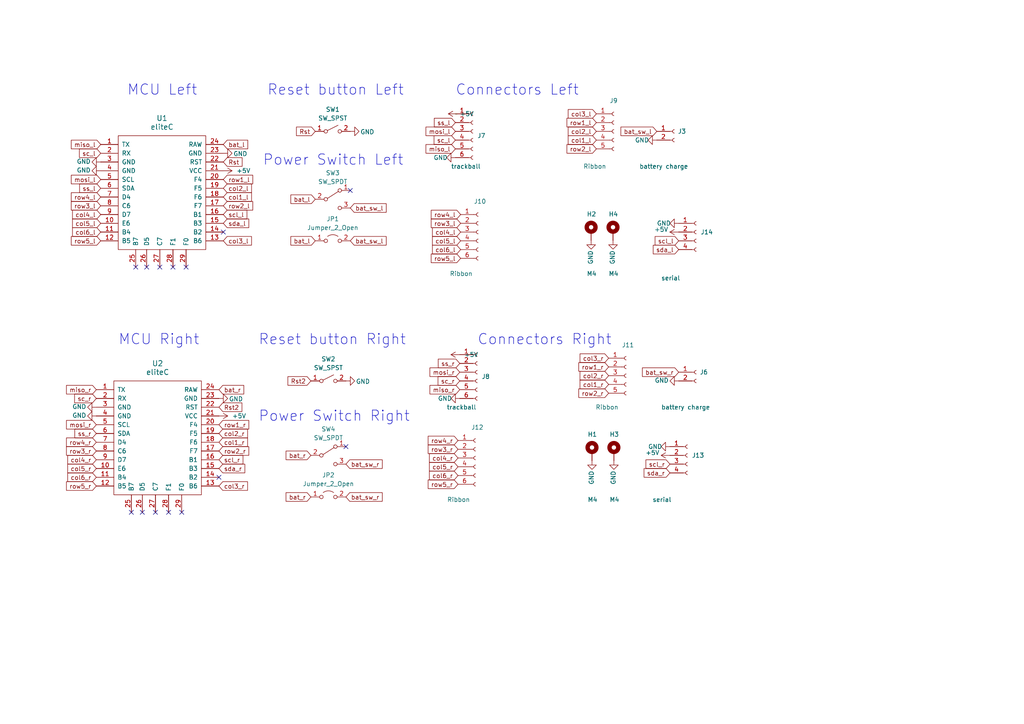
<source format=kicad_sch>
(kicad_sch (version 20230121) (generator eeschema)
  (paper "A4")
  (title_block (title "Elite-C holder") (date "2022-02-13") (rev "2.0") (company "BastardKB x KarlK90") (comment 1 "Licensed under CERN-OHL-W v2"))
  (lib_symbols
    (symbol "Connector:Conn_01x02_Female" (pin_names (offset 1.016) hide)
      (property "Reference" "J" (at 0 2.54 0))
      (property "Value" "Conn_01x02_Female" (at 0 -5.08 0))
      (symbol "Conn_01x02_Female_1_1"
        (arc (start 0 -2.032) (mid -0.5058 -2.54) (end 0 -3.048) (stroke (width 0.1524)))
        (polyline (pts (xy -1.27 -2.54) (xy -0.508 -2.54)) (stroke (width 0.1524)))
        (polyline (pts (xy -1.27 0) (xy -0.508 0)) (stroke (width 0.1524)))
        (arc (start 0 0.508) (mid -0.5058 0) (end 0 -0.508) (stroke (width 0.1524)))
        (pin passive line (at -5.08 0 0) (length 3.81) (name "Pin_1") (number "1"))
        (pin passive line (at -5.08 -2.54 0) (length 3.81) (name "Pin_2") (number "2"))
      )
    )
    (symbol "Connector:Conn_01x04_Female" (pin_names (offset 1.016) hide)
      (property "Reference" "J" (at 0 5.08 0))
      (property "Value" "Conn_01x04_Female" (at 0 -7.62 0))
      (symbol "Conn_01x04_Female_1_1"
        (arc (start 0 -4.572) (mid -0.5058 -5.08) (end 0 -5.588) (stroke (width 0.1524)))
        (arc (start 0 -2.032) (mid -0.5058 -2.54) (end 0 -3.048) (stroke (width 0.1524)))
        (polyline (pts (xy -1.27 -5.08) (xy -0.508 -5.08)) (stroke (width 0.1524)))
        (polyline (pts (xy -1.27 -2.54) (xy -0.508 -2.54)) (stroke (width 0.1524)))
        (polyline (pts (xy -1.27 0) (xy -0.508 0)) (stroke (width 0.1524)))
        (polyline (pts (xy -1.27 2.54) (xy -0.508 2.54)) (stroke (width 0.1524)))
        (arc (start 0 0.508) (mid -0.5058 0) (end 0 -0.508) (stroke (width 0.1524)))
        (arc (start 0 3.048) (mid -0.5058 2.54) (end 0 2.032) (stroke (width 0.1524)))
        (pin passive line (at -5.08 2.54 0) (length 3.81) (name "Pin_1") (number "1"))
        (pin passive line (at -5.08 0 0) (length 3.81) (name "Pin_2") (number "2"))
        (pin passive line (at -5.08 -2.54 0) (length 3.81) (name "Pin_3") (number "3"))
        (pin passive line (at -5.08 -5.08 0) (length 3.81) (name "Pin_4") (number "4"))
      )
    )
    (symbol "Connector:Conn_01x05_Female" (pin_names (offset 1.016) hide)
      (property "Reference" "J" (at 0 7.62 0))
      (property "Value" "Conn_01x05_Female" (at 0 -7.62 0))
      (symbol "Conn_01x05_Female_1_1"
        (arc (start 0 -4.572) (mid -0.5058 -5.08) (end 0 -5.588) (stroke (width 0.1524)))
        (arc (start 0 -2.032) (mid -0.5058 -2.54) (end 0 -3.048) (stroke (width 0.1524)))
        (polyline (pts (xy -1.27 -5.08) (xy -0.508 -5.08)) (stroke (width 0.1524)))
        (polyline (pts (xy -1.27 -2.54) (xy -0.508 -2.54)) (stroke (width 0.1524)))
        (polyline (pts (xy -1.27 0) (xy -0.508 0)) (stroke (width 0.1524)))
        (polyline (pts (xy -1.27 2.54) (xy -0.508 2.54)) (stroke (width 0.1524)))
        (polyline (pts (xy -1.27 5.08) (xy -0.508 5.08)) (stroke (width 0.1524)))
        (arc (start 0 0.508) (mid -0.5058 0) (end 0 -0.508) (stroke (width 0.1524)))
        (arc (start 0 3.048) (mid -0.5058 2.54) (end 0 2.032) (stroke (width 0.1524)))
        (arc (start 0 5.588) (mid -0.5058 5.08) (end 0 4.572) (stroke (width 0.1524)))
        (pin passive line (at -5.08 5.08 0) (length 3.81) (name "Pin_1") (number "1"))
        (pin passive line (at -5.08 2.54 0) (length 3.81) (name "Pin_2") (number "2"))
        (pin passive line (at -5.08 0 0) (length 3.81) (name "Pin_3") (number "3"))
        (pin passive line (at -5.08 -2.54 0) (length 3.81) (name "Pin_4") (number "4"))
        (pin passive line (at -5.08 -5.08 0) (length 3.81) (name "Pin_5") (number "5"))
      )
    )
    (symbol "Connector:Conn_01x06_Female" (pin_names (offset 1.016) hide)
      (property "Reference" "J" (at 0 7.62 0))
      (property "Value" "Conn_01x06_Female" (at 0 -10.16 0))
      (symbol "Conn_01x06_Female_1_1"
        (arc (start 0 -7.112) (mid -0.5058 -7.62) (end 0 -8.128) (stroke (width 0.1524)))
        (arc (start 0 -4.572) (mid -0.5058 -5.08) (end 0 -5.588) (stroke (width 0.1524)))
        (arc (start 0 -2.032) (mid -0.5058 -2.54) (end 0 -3.048) (stroke (width 0.1524)))
        (polyline (pts (xy -1.27 -7.62) (xy -0.508 -7.62)) (stroke (width 0.1524)))
        (polyline (pts (xy -1.27 -5.08) (xy -0.508 -5.08)) (stroke (width 0.1524)))
        (polyline (pts (xy -1.27 -2.54) (xy -0.508 -2.54)) (stroke (width 0.1524)))
        (polyline (pts (xy -1.27 0) (xy -0.508 0)) (stroke (width 0.1524)))
        (polyline (pts (xy -1.27 2.54) (xy -0.508 2.54)) (stroke (width 0.1524)))
        (polyline (pts (xy -1.27 5.08) (xy -0.508 5.08)) (stroke (width 0.1524)))
        (arc (start 0 0.508) (mid -0.5058 0) (end 0 -0.508) (stroke (width 0.1524)))
        (arc (start 0 3.048) (mid -0.5058 2.54) (end 0 2.032) (stroke (width 0.1524)))
        (arc (start 0 5.588) (mid -0.5058 5.08) (end 0 4.572) (stroke (width 0.1524)))
        (pin passive line (at -5.08 5.08 0) (length 3.81) (name "Pin_1") (number "1"))
        (pin passive line (at -5.08 2.54 0) (length 3.81) (name "Pin_2") (number "2"))
        (pin passive line (at -5.08 0 0) (length 3.81) (name "Pin_3") (number "3"))
        (pin passive line (at -5.08 -2.54 0) (length 3.81) (name "Pin_4") (number "4"))
        (pin passive line (at -5.08 -5.08 0) (length 3.81) (name "Pin_5") (number "5"))
        (pin passive line (at -5.08 -7.62 0) (length 3.81) (name "Pin_6") (number "6"))
      )
    )
    (symbol "Jumper:Jumper_2_Open" (pin_names (offset 0) hide)
      (property "Reference" "JP" (at 0 2.794 0))
      (property "Value" "Jumper_2_Open" (at 0 -2.286 0))
      (symbol "Jumper_2_Open_0_0"
        (circle (center -2.032 0) (radius 0.508))
        (circle (center 2.032 0) (radius 0.508))
      )
      (symbol "Jumper_2_Open_0_1"
        (arc (start 1.524 1.27) (mid 0 1.778) (end -1.524 1.27))
      )
      (symbol "Jumper_2_Open_1_1"
        (pin passive line (at -5.08 0 0) (length 2.54) (name "A") (number "1"))
        (pin passive line (at 5.08 0 180) (length 2.54) (name "B") (number "2"))
      )
    )
    (symbol "Mechanical:MountingHole_Pad" (pin_numbers hide) (pin_names (offset 1.016) hide)
      (property "Reference" "H" (at 0 6.35 0))
      (property "Value" "MountingHole_Pad" (at 0 4.445 0))
      (symbol "MountingHole_Pad_0_1"
        (circle (center 0 1.27) (radius 1.27) (stroke (width 1.27)))
      )
      (symbol "MountingHole_Pad_1_1"
        (pin input line (at 0 -2.54 90) (length 2.54) (name "1") (number "1"))
      )
    )
    (symbol "Switch:SW_SPDT" (pin_names (offset 0) hide)
      (property "Reference" "SW" (at 0 4.318 0))
      (property "Value" "SW_SPDT" (at 0 -5.08 0))
      (symbol "SW_SPDT_0_0"
        (circle (center -2.032 0) (radius 0.508))
        (circle (center 2.032 -2.54) (radius 0.508))
      )
      (symbol "SW_SPDT_0_1"
        (polyline (pts (xy -1.524 0.254) (xy 1.651 2.286)))
        (circle (center 2.032 2.54) (radius 0.508))
      )
      (symbol "SW_SPDT_1_1"
        (pin passive line (at 5.08 2.54 180) (length 2.54) (name "A") (number "1"))
        (pin passive line (at -5.08 0 0) (length 2.54) (name "B") (number "2"))
        (pin passive line (at 5.08 -2.54 180) (length 2.54) (name "C") (number "3"))
      )
    )
    (symbol "Switch:SW_SPST" (pin_names (offset 0) hide)
      (property "Reference" "SW" (at 0 3.175 0))
      (property "Value" "SW_SPST" (at 0 -2.54 0))
      (symbol "SW_SPST_0_0"
        (circle (center -2.032 0) (radius 0.508))
        (polyline (pts (xy -1.524 0.254) (xy 1.524 1.778)))
        (circle (center 2.032 0) (radius 0.508))
      )
      (symbol "SW_SPST_1_1"
        (pin passive line (at -5.08 0 0) (length 2.54) (name "A") (number "1"))
        (pin passive line (at 5.08 0 180) (length 2.54) (name "B") (number "2"))
      )
    )
    (symbol "elite-C:eliteC" (pin_names (offset 1.016))
      (property "Reference" "U" (at 0 24.13 0))
      (property "Value" "eliteC" (at 0 -13.97 0))
      (symbol "eliteC_0_1"
        (rectangle (start -12.7 21.59) (end 12.7 -11.43))
      )
      (symbol "eliteC_1_1"
        (pin bidirectional line (at -17.78 19.05 0) (length 5.08) (name "TX") (number "1"))
        (pin bidirectional line (at -17.78 -3.81 0) (length 5.08) (name "E6") (number "10"))
        (pin bidirectional line (at -17.78 -6.35 0) (length 5.08) (name "B4") (number "11"))
        (pin bidirectional line (at -17.78 -8.89 0) (length 5.08) (name "B5") (number "12"))
        (pin bidirectional line (at 17.78 -8.89 180) (length 5.08) (name "B6") (number "13"))
        (pin bidirectional line (at 17.78 -6.35 180) (length 5.08) (name "B2") (number "14"))
        (pin bidirectional line (at 17.78 -3.81 180) (length 5.08) (name "B3") (number "15"))
        (pin bidirectional line (at 17.78 -1.27 180) (length 5.08) (name "B1") (number "16"))
        (pin bidirectional line (at 17.78 1.27 180) (length 5.08) (name "F7") (number "17"))
        (pin bidirectional line (at 17.78 3.81 180) (length 5.08) (name "F6") (number "18"))
        (pin bidirectional line (at 17.78 6.35 180) (length 5.08) (name "F5") (number "19"))
        (pin bidirectional line (at -17.78 16.51 0) (length 5.08) (name "RX") (number "2"))
        (pin bidirectional line (at 17.78 8.89 180) (length 5.08) (name "F4") (number "20"))
        (pin power_in line (at 17.78 11.43 180) (length 5.08) (name "VCC") (number "21"))
        (pin input line (at 17.78 13.97 180) (length 5.08) (name "RST") (number "22"))
        (pin power_in line (at 17.78 16.51 180) (length 5.08) (name "GND") (number "23"))
        (pin power_out line (at 17.78 19.05 180) (length 5.08) (name "RAW") (number "24"))
        (pin bidirectional line (at -7.62 -16.51 90) (length 5.08) (name "B7") (number "25"))
        (pin bidirectional line (at -4.445 -16.51 90) (length 5.08) (name "D5") (number "26"))
        (pin bidirectional line (at -0.635 -16.51 90) (length 5.08) (name "C7") (number "27"))
        (pin bidirectional line (at 3.175 -16.51 90) (length 5.08) (name "F1") (number "28"))
        (pin bidirectional line (at 6.985 -16.51 90) (length 5.08) (name "F0") (number "29"))
        (pin power_in line (at -17.78 13.97 0) (length 5.08) (name "GND") (number "3"))
        (pin power_in line (at -17.78 11.43 0) (length 5.08) (name "GND") (number "4"))
        (pin bidirectional line (at -17.78 8.89 0) (length 5.08) (name "SCL") (number "5"))
        (pin bidirectional line (at -17.78 6.35 0) (length 5.08) (name "SDA") (number "6"))
        (pin bidirectional line (at -17.78 3.81 0) (length 5.08) (name "D4") (number "7"))
        (pin bidirectional line (at -17.78 1.27 0) (length 5.08) (name "C6") (number "8"))
        (pin bidirectional line (at -17.78 -1.27 0) (length 5.08) (name "D7") (number "9"))
      )
    )
    (symbol "power:+5V" (power) (pin_names (offset 0))
      (property "Value" "+5V" (at 0 3.556 0))
      (symbol "+5V_0_1"
        (polyline (pts (xy -0.762 1.27) (xy 0 2.54)))
        (polyline (pts (xy 0 0) (xy 0 2.54)))
        (polyline (pts (xy 0 2.54) (xy 0.762 1.27)))
      )
      (symbol "+5V_1_1"
        (pin power_in line (at 0 0 90) (length 0) hide (name "+5V") (number "1"))
      )
    )
    (symbol "power:GND" (power) (pin_names (offset 0))
      (property "Value" "GND" (at 0 -3.81 0))
      (symbol "GND_0_1"
        (polyline (pts (xy 0 0) (xy 0 -1.27) (xy 1.27 -1.27) (xy 0 -2.54) (xy -1.27 -1.27) (xy 0 -1.27)))
      )
      (symbol "GND_1_1"
        (pin power_in line (at 0 0 270) (length 0) hide (name "GND") (number "1"))
      )
    )
  )
  (no_connect (at 63.5 138.43))
  (no_connect (at 100.33 129.54))
  (no_connect (at 45.085 148.59))
  (no_connect (at 50.165 77.47))
  (no_connect (at 101.6 55.245))
  (no_connect (at 52.705 148.59))
  (no_connect (at 53.975 77.47))
  (no_connect (at 42.545 77.47))
  (no_connect (at 38.1 148.59))
  (no_connect (at 48.895 148.59))
  (no_connect (at 64.77 67.31))
  (no_connect (at 41.275 148.59))
  (no_connect (at 46.355 77.47))
  (no_connect (at 39.37 77.47))
  (wire (pts (xy 132.08 33.02) (xy 132.588 33.02)))
  (text "Power Switch Right" (at 74.93 122.555 0) (effects (font (size 3 3)) (justify left bottom)))
  (text "Reset button Left" (at 77.47 27.94 0) (effects (font (size 3 3)) (justify left bottom)))
  (text "Power Switch Left" (at 76.2 48.26 0) (effects (font (size 3 3)) (justify left bottom)))
  (text "Connectors Left" (at 132.08 27.94 0) (effects (font (size 3 3)) (justify left bottom)))
  (text "Reset button Right" (at 74.93 100.33 0) (effects (font (size 3 3)) (justify left bottom)))
  (text "MCU Left" (at 36.83 27.94 0) (effects (font (size 3 3)) (justify left bottom)))
  (text "MCU Right" (at 34.29 100.33 0) (effects (font (size 3 3)) (justify left bottom)))
  (text "Connectors Right" (at 138.43 100.33 0) (effects (font (size 3 3)) (justify left bottom)))
  (global_label "sc_l" (shape input) (at 132.08 40.64 180) (property "Intersheetrefs" "${INTERSHEET_REFS}" (effects hide)))
  (global_label "miso_r" (shape input) (at 133.35 113.03 180) (property "Intersheetrefs" "${INTERSHEET_REFS}" (effects hide)))
  (global_label "col2_r" (shape input) (at 63.5 125.73 0) (property "Intersheetrefs" "${INTERSHEET_REFS}" (effects hide)))
  (global_label "row4_r" (shape input) (at 27.94 128.27 180) (property "Intersheetrefs" "${INTERSHEET_REFS}" (effects hide)))
  (global_label "ss_r" (shape input) (at 27.94 125.73 180) (property "Intersheetrefs" "${INTERSHEET_REFS}" (effects hide)))
  (global_label "col5_l" (shape input) (at 29.21 64.77 180) (property "Intersheetrefs" "${INTERSHEET_REFS}" (effects hide)))
  (global_label "row1_r" (shape input) (at 176.53 106.426 180) (property "Intersheetrefs" "${INTERSHEET_REFS}" (effects hide)))
  (global_label "scl_r" (shape input) (at 194.31 134.62 180) (property "Intersheetrefs" "${INTERSHEET_REFS}" (effects hide)))
  (global_label "col6_l" (shape input) (at 133.604 72.39 180) (property "Intersheetrefs" "${INTERSHEET_REFS}" (effects hide)))
  (global_label "bat_sw_r" (shape input) (at 100.33 134.62 0) (property "Intersheetrefs" "${INTERSHEET_REFS}" (effects hide)))
  (global_label "row2_l" (shape input) (at 64.77 59.69 0) (property "Intersheetrefs" "${INTERSHEET_REFS}" (effects hide)))
  (global_label "col1_l" (shape input) (at 64.77 57.15 0) (property "Intersheetrefs" "${INTERSHEET_REFS}" (effects hide)))
  (global_label "col1_r" (shape input) (at 176.53 111.506 180) (property "Intersheetrefs" "${INTERSHEET_REFS}" (effects hide)))
  (global_label "row1_r" (shape input) (at 63.5 123.19 0) (property "Intersheetrefs" "${INTERSHEET_REFS}" (effects hide)))
  (global_label "mosi_r" (shape input) (at 27.94 123.19 180) (property "Intersheetrefs" "${INTERSHEET_REFS}" (effects hide)))
  (global_label "sda_l" (shape input) (at 64.77 64.77 0) (property "Intersheetrefs" "${INTERSHEET_REFS}" (effects hide)))
  (global_label "row3_r" (shape input) (at 27.94 130.81 180) (property "Intersheetrefs" "${INTERSHEET_REFS}" (effects hide)))
  (global_label "col1_l" (shape input) (at 172.974 40.64 180) (property "Intersheetrefs" "${INTERSHEET_REFS}" (effects hide)))
  (global_label "sda_r" (shape input) (at 63.5 135.89 0) (property "Intersheetrefs" "${INTERSHEET_REFS}" (effects hide)))
  (global_label "col4_r" (shape input) (at 27.94 133.35 180) (property "Intersheetrefs" "${INTERSHEET_REFS}" (effects hide)))
  (global_label "row3_l" (shape input) (at 29.21 59.69 180) (property "Intersheetrefs" "${INTERSHEET_REFS}" (effects hide)))
  (global_label "row4_l" (shape input) (at 29.21 57.15 180) (property "Intersheetrefs" "${INTERSHEET_REFS}" (effects hide)))
  (global_label "col6_r" (shape input) (at 27.94 138.43 180) (property "Intersheetrefs" "${INTERSHEET_REFS}" (effects hide)))
  (global_label "col2_l" (shape input) (at 64.77 54.61 0) (property "Intersheetrefs" "${INTERSHEET_REFS}" (effects hide)))
  (global_label "row2_r" (shape input) (at 63.5 130.81 0) (property "Intersheetrefs" "${INTERSHEET_REFS}" (effects hide)))
  (global_label "row3_r" (shape input) (at 132.842 130.302 180) (property "Intersheetrefs" "${INTERSHEET_REFS}" (effects hide)))
  (global_label "Rst2" (shape input) (at 63.5 118.11 0) (property "Intersheetrefs" "${INTERSHEET_REFS}" (effects hide)))
  (global_label "bat_l" (shape input) (at 91.44 69.85 180) (property "Intersheetrefs" "${INTERSHEET_REFS}" (effects hide)))
  (global_label "col5_r" (shape input) (at 27.94 135.89 180) (property "Intersheetrefs" "${INTERSHEET_REFS}" (effects hide)))
  (global_label "row5_l" (shape input) (at 29.21 69.85 180) (property "Intersheetrefs" "${INTERSHEET_REFS}" (effects hide)))
  (global_label "miso_r" (shape input) (at 27.94 113.03 180) (property "Intersheetrefs" "${INTERSHEET_REFS}" (effects hide)))
  (global_label "ss_r" (shape input) (at 133.35 105.41 180) (property "Intersheetrefs" "${INTERSHEET_REFS}" (effects hide)))
  (global_label "row5_l" (shape input) (at 133.604 74.93 180) (property "Intersheetrefs" "${INTERSHEET_REFS}" (effects hide)))
  (global_label "bat_l" (shape input) (at 64.77 41.91 0) (property "Intersheetrefs" "${INTERSHEET_REFS}" (effects hide)))
  (global_label "col5_l" (shape input) (at 133.604 69.85 180) (property "Intersheetrefs" "${INTERSHEET_REFS}" (effects hide)))
  (global_label "row4_r" (shape input) (at 132.842 127.762 180) (property "Intersheetrefs" "${INTERSHEET_REFS}" (effects hide)))
  (global_label "Rst" (shape input) (at 91.44 38.1 180) (property "Intersheetrefs" "${INTERSHEET_REFS}" (effects hide)))
  (global_label "mosi_r" (shape input) (at 133.35 107.95 180) (property "Intersheetrefs" "${INTERSHEET_REFS}" (effects hide)))
  (global_label "bat_r" (shape input) (at 90.17 132.08 180) (property "Intersheetrefs" "${INTERSHEET_REFS}" (effects hide)))
  (global_label "bat_sw_l" (shape input) (at 190.5 38.1 180) (property "Intersheetrefs" "${INTERSHEET_REFS}" (effects hide)))
  (global_label "bat_sw_r" (shape input) (at 100.33 144.145 0) (property "Intersheetrefs" "${INTERSHEET_REFS}" (effects hide)))
  (global_label "row1_l" (shape input) (at 172.974 35.56 180) (property "Intersheetrefs" "${INTERSHEET_REFS}" (effects hide)))
  (global_label "col3_l" (shape input) (at 64.77 69.85 0) (property "Intersheetrefs" "${INTERSHEET_REFS}" (effects hide)))
  (global_label "col3_r" (shape input) (at 176.53 103.886 180) (property "Intersheetrefs" "${INTERSHEET_REFS}" (effects hide)))
  (global_label "bat_sw_l" (shape input) (at 101.6 60.325 0) (property "Intersheetrefs" "${INTERSHEET_REFS}" (effects hide)))
  (global_label "ss_l" (shape input) (at 29.21 54.61 180) (property "Intersheetrefs" "${INTERSHEET_REFS}" (effects hide)))
  (global_label "sda_r" (shape input) (at 194.31 137.16 180) (property "Intersheetrefs" "${INTERSHEET_REFS}" (effects hide)))
  (global_label "miso_l" (shape input) (at 29.21 41.91 180) (property "Intersheetrefs" "${INTERSHEET_REFS}" (effects hide)))
  (global_label "row2_l" (shape input) (at 172.974 43.18 180) (property "Intersheetrefs" "${INTERSHEET_REFS}" (effects hide)))
  (global_label "sc_l" (shape input) (at 29.21 44.45 180) (property "Intersheetrefs" "${INTERSHEET_REFS}" (effects hide)))
  (global_label "sc_r" (shape input) (at 133.35 110.49 180) (property "Intersheetrefs" "${INTERSHEET_REFS}" (effects hide)))
  (global_label "sda_l" (shape input) (at 196.85 72.39 180) (property "Intersheetrefs" "${INTERSHEET_REFS}" (effects hide)))
  (global_label "col6_l" (shape input) (at 29.21 67.31 180) (property "Intersheetrefs" "${INTERSHEET_REFS}" (effects hide)))
  (global_label "bat_r" (shape input) (at 90.17 144.145 180) (property "Intersheetrefs" "${INTERSHEET_REFS}" (effects hide)))
  (global_label "row3_l" (shape input) (at 133.604 64.77 180) (property "Intersheetrefs" "${INTERSHEET_REFS}" (effects hide)))
  (global_label "ss_l" (shape input) (at 132.08 35.56 180) (property "Intersheetrefs" "${INTERSHEET_REFS}" (effects hide)))
  (global_label "row1_l" (shape input) (at 64.77 52.07 0) (property "Intersheetrefs" "${INTERSHEET_REFS}" (effects hide)))
  (global_label "col3_l" (shape input) (at 172.974 33.02 180) (property "Intersheetrefs" "${INTERSHEET_REFS}" (effects hide)))
  (global_label "scl_l" (shape input) (at 196.85 69.85 180) (property "Intersheetrefs" "${INTERSHEET_REFS}" (effects hide)))
  (global_label "row5_r" (shape input) (at 132.842 140.462 180) (property "Intersheetrefs" "${INTERSHEET_REFS}" (effects hide)))
  (global_label "col3_r" (shape input) (at 63.5 140.97 0) (property "Intersheetrefs" "${INTERSHEET_REFS}" (effects hide)))
  (global_label "Rst2" (shape input) (at 90.17 110.49 180) (property "Intersheetrefs" "${INTERSHEET_REFS}" (effects hide)))
  (global_label "bat_r" (shape input) (at 63.5 113.03 0) (property "Intersheetrefs" "${INTERSHEET_REFS}" (effects hide)))
  (global_label "Rst" (shape input) (at 64.77 46.99 0) (property "Intersheetrefs" "${INTERSHEET_REFS}" (effects hide)))
  (global_label "scl_r" (shape input) (at 63.5 133.35 0) (property "Intersheetrefs" "${INTERSHEET_REFS}" (effects hide)))
  (global_label "row2_r" (shape input) (at 176.53 114.046 180) (property "Intersheetrefs" "${INTERSHEET_REFS}" (effects hide)))
  (global_label "row4_l" (shape input) (at 133.604 62.23 180) (property "Intersheetrefs" "${INTERSHEET_REFS}" (effects hide)))
  (global_label "col6_r" (shape input) (at 132.842 137.922 180) (property "Intersheetrefs" "${INTERSHEET_REFS}" (effects hide)))
  (global_label "col1_r" (shape input) (at 63.5 128.27 0) (property "Intersheetrefs" "${INTERSHEET_REFS}" (effects hide)))
  (global_label "row5_r" (shape input) (at 27.94 140.97 180) (property "Intersheetrefs" "${INTERSHEET_REFS}" (effects hide)))
  (global_label "col2_r" (shape input) (at 176.53 108.966 180) (property "Intersheetrefs" "${INTERSHEET_REFS}" (effects hide)))
  (global_label "bat_sw_l" (shape input) (at 101.6 69.85 0) (property "Intersheetrefs" "${INTERSHEET_REFS}" (effects hide)))
  (global_label "mosi_l" (shape input) (at 29.21 52.07 180) (property "Intersheetrefs" "${INTERSHEET_REFS}" (effects hide)))
  (global_label "bat_sw_r" (shape input) (at 196.85 107.95 180) (property "Intersheetrefs" "${INTERSHEET_REFS}" (effects hide)))
  (global_label "sc_r" (shape input) (at 27.94 115.57 180) (property "Intersheetrefs" "${INTERSHEET_REFS}" (effects hide)))
  (global_label "bat_l" (shape input) (at 91.44 57.785 180) (property "Intersheetrefs" "${INTERSHEET_REFS}" (effects hide)))
  (global_label "miso_l" (shape input) (at 132.08 43.18 180) (property "Intersheetrefs" "${INTERSHEET_REFS}" (effects hide)))
  (global_label "col4_r" (shape input) (at 132.842 132.842 180) (property "Intersheetrefs" "${INTERSHEET_REFS}" (effects hide)))
  (global_label "scl_l" (shape input) (at 64.77 62.23 0) (property "Intersheetrefs" "${INTERSHEET_REFS}" (effects hide)))
  (global_label "col5_r" (shape input) (at 132.842 135.382 180) (property "Intersheetrefs" "${INTERSHEET_REFS}" (effects hide)))
  (global_label "col4_l" (shape input) (at 133.604 67.31 180) (property "Intersheetrefs" "${INTERSHEET_REFS}" (effects hide)))
  (global_label "mosi_l" (shape input) (at 132.08 38.1 180) (property "Intersheetrefs" "${INTERSHEET_REFS}" (effects hide)))
  (global_label "col2_l" (shape input) (at 172.974 38.1 180) (property "Intersheetrefs" "${INTERSHEET_REFS}" (effects hide)))
  (global_label "col4_l" (shape input) (at 29.21 62.23 180) (property "Intersheetrefs" "${INTERSHEET_REFS}" (effects hide)))
  (symbol (lib_id "power:GND") (at 27.94 118.11 270) (unit 1)
    (property "Reference" "#PWR0101" (effects hide))
    (property "Value" "GND" (at 20.9551 117.954 90) (effects (justify left)))
  )
  (symbol (lib_id "Switch:SW_SPST") (at 96.52 38.1 0) (unit 1)
    (property "Reference" "SW1" (at 96.52 31.75 0))
    (property "Value" "SW_SPST" (at 96.52 34.29 0))
    (property "Footprint" "Library:PushSwitch" (effects hide))
  )
  (symbol (lib_id "elite-C:eliteC") (at 46.99 60.96 0) (unit 1)
    (property "Reference" "U1" (at 46.99 34.29 0) (effects (font (size 1.524 1.524))))
    (property "Value" "eliteC" (at 46.99 36.83 0) (effects (font (size 1.524 1.524))))
    (property "Footprint" "Library:Elite-C" (effects hide))
  )
  (symbol (lib_id "power:GND") (at 101.6 38.1 90) (unit 1)
    (property "Reference" "#PWR0120" (effects hide))
    (property "Value" "GND" (at 108.5849 38.256 90) (effects (justify left)))
  )
  (symbol (lib_id "Mechanical:MountingHole_Pad") (at 171.45 67.183 0) (unit 1)
    (property "Reference" "H2" (at 170.18 62.103 0) (effects (justify left)))
    (property "Value" "M4" (at 170.18 79.375 0) (effects (justify left)))
    (property "Footprint" "Library:MountingHole_4mm_Pad_thin" (effects hide))
  )
  (symbol (lib_id "power:+5V") (at 133.35 102.87 90) (unit 1)
    (property "Reference" "#PWR0110" (effects hide))
    (property "Value" "+5V" (at 134.62 102.87 90) (effects (justify right)))
  )
  (symbol (lib_id "Connector:Conn_01x06_Female") (at 138.43 107.95 0) (unit 1)
    (property "Reference" "J8" (at 139.7 109.22 0) (effects (justify left)))
    (property "Value" "trackball" (at 129.54 118.11 0) (effects (justify left)))
    (property "Footprint" "Library:6_PinHeader" (effects hide))
  )
  (symbol (lib_id "elite-C:eliteC") (at 45.72 132.08 0) (unit 1)
    (property "Reference" "U2" (at 45.72 105.41 0) (effects (font (size 1.524 1.524))))
    (property "Value" "eliteC" (at 45.72 107.95 0) (effects (font (size 1.524 1.524))))
    (property "Footprint" "Library:Elite-C" (effects hide))
  )
  (symbol (lib_id "power:GND") (at 100.33 110.49 90) (unit 1)
    (property "Reference" "#PWR0109" (effects hide))
    (property "Value" "GND" (at 107.3149 110.646 90) (effects (justify left)))
  )
  (symbol (lib_id "power:GND") (at 194.31 129.54 270) (unit 1)
    (property "Reference" "#PWR0121" (effects hide))
    (property "Value" "GND" (at 187.96 129.54 90) (effects (justify left)))
  )
  (symbol (lib_id "Connector:Conn_01x02_Female") (at 201.93 107.95 0) (unit 1)
    (property "Reference" "J6" (at 202.946 107.9499 0) (effects (justify left)))
    (property "Value" "battery charge" (at 191.77 118.11 0) (effects (justify left)))
    (property "Footprint" "Connector_JST:JST_PH_B2B-PH-K_1x02_P2.00mm_Vertical" (effects hide))
  )
  (symbol (lib_id "Connector:Conn_01x05_Female") (at 181.61 108.966 0) (unit 1)
    (property "Reference" "J11" (at 180.34 100.076 0) (effects (justify left)))
    (property "Value" "Ribbon" (at 172.72 118.11 0) (effects (justify left)))
    (property "Footprint" "Library:5_PinHeader" (effects hide))
  )
  (symbol (lib_id "power:+5V") (at 132.588 33.02 90) (unit 1)
    (property "Reference" "#PWR0115" (effects hide))
    (property "Value" "+5V" (at 133.35 33.02 90) (effects (justify right)))
  )
  (symbol (lib_id "power:GND") (at 64.77 44.45 90) (unit 1)
    (property "Reference" "#PWR0117" (effects hide))
    (property "Value" "GND" (at 71.7549 44.606 90) (effects (justify left)))
  )
  (symbol (lib_id "power:GND") (at 171.45 69.723 0) (unit 1)
    (property "Reference" "#PWR0129" (effects hide))
    (property "Value" "GND" (at 171.294 76.7079 90) (effects (justify left)))
  )
  (symbol (lib_id "Connector:Conn_01x04_Female") (at 199.39 132.08 0) (unit 1)
    (property "Reference" "J13" (at 200.66 132.0799 0) (effects (justify left)))
    (property "Value" "serial" (at 189.23 144.907 0) (effects (justify left)))
    (property "Footprint" "Library:PinHeader_1x04_P2.54mm_Vertical" (effects hide))
  )
  (symbol (lib_id "power:+5V") (at 194.31 132.08 90) (unit 1)
    (property "Reference" "#PWR0131" (effects hide))
    (property "Value" "+5V" (at 187.198 131.318 90) (effects (justify right)))
  )
  (symbol (lib_id "power:GND") (at 190.5 40.64 270) (unit 1)
    (property "Reference" "#PWR0108" (effects hide))
    (property "Value" "GND" (at 184.15 40.64 90) (effects (justify left)))
  )
  (symbol (lib_id "Mechanical:MountingHole_Pad") (at 177.8 67.183 0) (unit 1)
    (property "Reference" "H4" (at 176.53 62.103 0) (effects (justify left)))
    (property "Value" "M4" (at 176.53 79.375 0) (effects (justify left)))
    (property "Footprint" "Library:MountingHole_4mm_Pad_thin" (effects hide))
  )
  (symbol (lib_id "Mechanical:MountingHole_Pad") (at 171.704 131.064 0) (unit 1)
    (property "Reference" "H1" (at 170.434 125.984 0) (effects (justify left)))
    (property "Value" "M4" (at 170.434 144.907 0) (effects (justify left)))
    (property "Footprint" "Library:MountingHole_4mm_Pad_thin" (effects hide))
  )
  (symbol (lib_id "power:GND") (at 63.5 115.57 90) (unit 1)
    (property "Reference" "#PWR0112" (effects hide))
    (property "Value" "GND" (at 70.4849 115.726 90) (effects (justify left)))
  )
  (symbol (lib_id "Connector:Conn_01x02_Female") (at 195.58 38.1 0) (unit 1)
    (property "Reference" "J3" (at 196.596 38.0999 0) (effects (justify left)))
    (property "Value" "battery charge" (at 185.42 48.26 0) (effects (justify left)))
    (property "Footprint" "Connector_JST:JST_PH_B2B-PH-K_1x02_P2.00mm_Vertical" (effects hide))
  )
  (symbol (lib_id "power:GND") (at 27.94 120.65 270) (unit 1)
    (property "Reference" "#PWR0107" (effects hide))
    (property "Value" "GND" (at 20.9551 120.494 90) (effects (justify left)))
  )
  (symbol (lib_id "Connector:Conn_01x06_Female") (at 137.922 132.842 0) (unit 1)
    (property "Reference" "J12" (at 136.652 123.952 0) (effects (justify left)))
    (property "Value" "Ribbon" (at 129.667 144.907 0) (effects (justify left)))
    (property "Footprint" "Library:6_PinHeader" (effects hide))
  )
  (symbol (lib_id "Switch:SW_SPST") (at 95.25 110.49 0) (unit 1)
    (property "Reference" "SW2" (at 95.25 104.14 0))
    (property "Value" "SW_SPST" (at 95.25 106.68 0))
    (property "Footprint" "Library:PushSwitch" (effects hide))
  )
  (symbol (lib_id "power:GND") (at 171.704 133.604 0) (unit 1)
    (property "Reference" "#PWR0134" (effects hide))
    (property "Value" "GND" (at 171.548 140.5889 90) (effects (justify left)))
  )
  (symbol (lib_id "power:GND") (at 133.35 115.57 270) (unit 1)
    (property "Reference" "#PWR0111" (effects hide))
    (property "Value" "GND" (at 127 115.57 90) (effects (justify left)))
  )
  (symbol (lib_id "power:GND") (at 196.85 110.49 270) (unit 1)
    (property "Reference" "#PWR0106" (effects hide))
    (property "Value" "GND" (at 189.8651 110.334 90) (effects (justify left)))
  )
  (symbol (lib_id "Jumper:Jumper_2_Open") (at 95.25 144.145 0) (unit 1)
    (property "Reference" "JP2" (at 95.25 137.795 0))
    (property "Value" "Jumper_2_Open" (at 95.25 140.335 0))
    (property "Footprint" "Library:power_switch_jumper" (effects hide))
  )
  (symbol (lib_id "Switch:SW_SPDT") (at 96.52 57.785 0) (unit 1)
    (property "Reference" "SW3" (at 96.52 50.165 0))
    (property "Value" "SW_SPDT" (at 96.52 52.705 0))
    (property "Footprint" "Library:SW_SPDT+H-MSK12C01_hor(7pin_SMD)" (effects hide))
  )
  (symbol (lib_id "Connector:Conn_01x04_Female") (at 201.93 67.31 0) (unit 1)
    (property "Reference" "J14" (at 203.2 67.3099 0) (effects (justify left)))
    (property "Value" "serial" (at 191.77 80.645 0) (effects (justify left)))
    (property "Footprint" "Library:PinHeader_1x04_P2.54mm_Vertical" (effects hide))
  )
  (symbol (lib_id "power:+5V") (at 63.5 120.65 270) (unit 1)
    (property "Reference" "#PWR0113" (effects hide))
    (property "Value" "+5V" (at 67.31 120.6499 90) (effects (justify left)))
  )
  (symbol (lib_id "Mechanical:MountingHole_Pad") (at 178.054 131.064 0) (unit 1)
    (property "Reference" "H3" (at 176.784 125.984 0) (effects (justify left)))
    (property "Value" "M4" (at 176.784 144.907 0) (effects (justify left)))
    (property "Footprint" "Library:MountingHole_4mm_Pad_thin" (effects hide))
  )
  (symbol (lib_id "power:+5V") (at 64.77 49.53 270) (unit 1)
    (property "Reference" "#PWR0116" (effects hide))
    (property "Value" "+5V" (at 68.58 49.5299 90) (effects (justify left)))
  )
  (symbol (lib_id "Connector:Conn_01x05_Female") (at 178.054 38.1 0) (unit 1)
    (property "Reference" "J9" (at 176.784 29.21 0) (effects (justify left)))
    (property "Value" "Ribbon" (at 169.164 48.26 0) (effects (justify left)))
    (property "Footprint" "Library:5_PinHeader" (effects hide))
  )
  (symbol (lib_id "power:GND") (at 196.85 64.77 270) (unit 1)
    (property "Reference" "#PWR0135" (effects hide))
    (property "Value" "GND" (at 190.5 64.77 90) (effects (justify left)))
  )
  (symbol (lib_id "Connector:Conn_01x06_Female") (at 137.16 38.1 0) (unit 1)
    (property "Reference" "J7" (at 138.43 39.37 0) (effects (justify left)))
    (property "Value" "trackball" (at 130.81 48.26 0) (effects (justify left)))
    (property "Footprint" "Library:6_PinHeader" (effects hide))
  )
  (symbol (lib_id "Switch:SW_SPDT") (at 95.25 132.08 0) (unit 1)
    (property "Reference" "SW4" (at 95.25 124.46 0))
    (property "Value" "SW_SPDT" (at 95.25 127 0))
    (property "Footprint" "Library:SW_SPDT+H-MSK12C01_hor(7pin_SMD)" (effects hide))
  )
  (symbol (lib_id "power:GND") (at 177.8 69.723 0) (unit 1)
    (property "Reference" "#PWR0130" (effects hide))
    (property "Value" "GND" (at 177.644 76.7079 90) (effects (justify left)))
  )
  (symbol (lib_id "power:+5V") (at 196.85 67.31 90) (unit 1)
    (property "Reference" "#PWR0136" (effects hide))
    (property "Value" "+5V" (at 189.738 66.548 90) (effects (justify right)))
  )
  (symbol (lib_id "power:GND") (at 132.08 45.72 270) (unit 1)
    (property "Reference" "#PWR0114" (effects hide))
    (property "Value" "GND" (at 125.73 45.72 90) (effects (justify left)))
  )
  (symbol (lib_id "Connector:Conn_01x06_Female") (at 138.684 67.31 0) (unit 1)
    (property "Reference" "J10" (at 137.414 58.42 0) (effects (justify left)))
    (property "Value" "Ribbon" (at 130.429 79.375 0) (effects (justify left)))
    (property "Footprint" "Library:6_PinHeader" (effects hide))
  )
  (symbol (lib_id "power:GND") (at 29.21 46.99 270) (unit 1)
    (property "Reference" "#PWR0118" (effects hide))
    (property "Value" "GND" (at 22.2251 46.834 90) (effects (justify left)))
  )
  (symbol (lib_id "Jumper:Jumper_2_Open") (at 96.52 69.85 0) (unit 1)
    (property "Reference" "JP1" (at 96.52 63.5 0))
    (property "Value" "Jumper_2_Open" (at 96.52 66.04 0))
    (property "Footprint" "Library:power_switch_jumper" (effects hide))
  )
  (symbol (lib_id "power:GND") (at 178.054 133.604 0) (unit 1)
    (property "Reference" "#PWR0133" (effects hide))
    (property "Value" "GND" (at 177.898 140.5889 90) (effects (justify left)))
  )
  (symbol (lib_id "power:GND") (at 29.21 49.53 270) (unit 1)
    (property "Reference" "#PWR0119" (effects hide))
    (property "Value" "GND" (at 22.2251 49.374 90) (effects (justify left)))
  )
)
</source>
